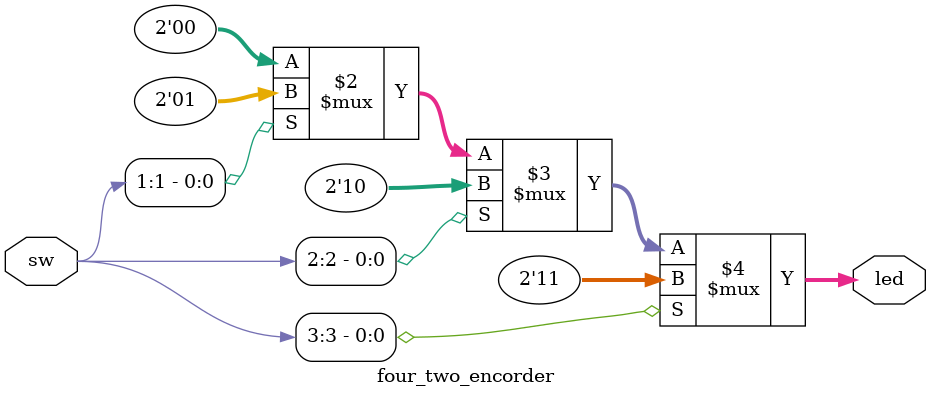
<source format=v>
`timescale 1ns / 1ps


module four_two_encorder(
        input wire [3:0] sw,
        output wire [1:0] led
);

  assign led = sw[3] ? 2'b11 :
                   sw[2] ? 2'b10 :
                   sw[1] ? 2'b01 :
                   sw[0] ? 2'b00 : 2'b00;

endmodule

</source>
